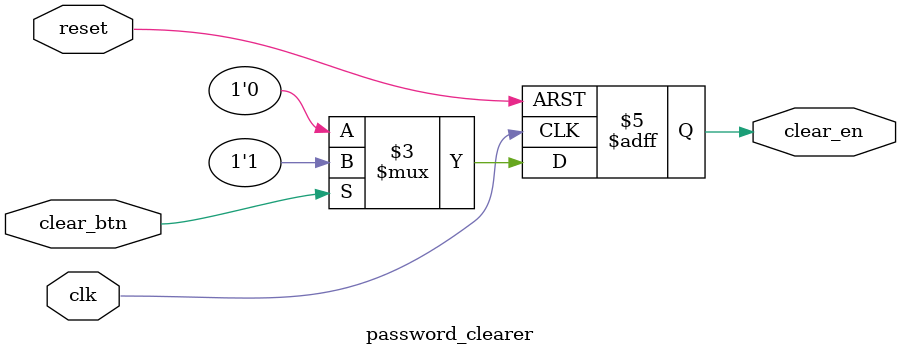
<source format=v>
module password_setter( input clk, input reset, input clear, input set_btn, input [15:0] sw, output reg [15:0] stored_pass, output reg has_pass );
    always @(posedge clk or posedge reset) begin
        if (reset) begin
            stored_pass <= 16'b0;
            has_pass    <= 1'b0;
        end else if (set_btn) begin
            stored_pass <= sw;
            has_pass    <= 1'b1;
        end else if (clear) begin
            stored_pass <= 16'b0;
            has_pass    <= 1'b0;
        end
    end
endmodule

// password checker
module password_checker( input [15:0] inserted_pass, input [15:0] stored_pass, input is_check, input has_pass, output match );
    assign match = is_check && (inserted_pass == stored_pass);
endmodule


// clear password
module password_clearer( input clk, input reset, input clear_btn, output reg clear_en );
    always @(posedge clk or posedge reset) begin
        if (reset) begin
            clear_en <= 1'b0;
        end else if (clear_btn) begin
            clear_en <= 1'b1;
        end else begin
            clear_en <= 1'b0;
        end
    end

endmodule

</source>
